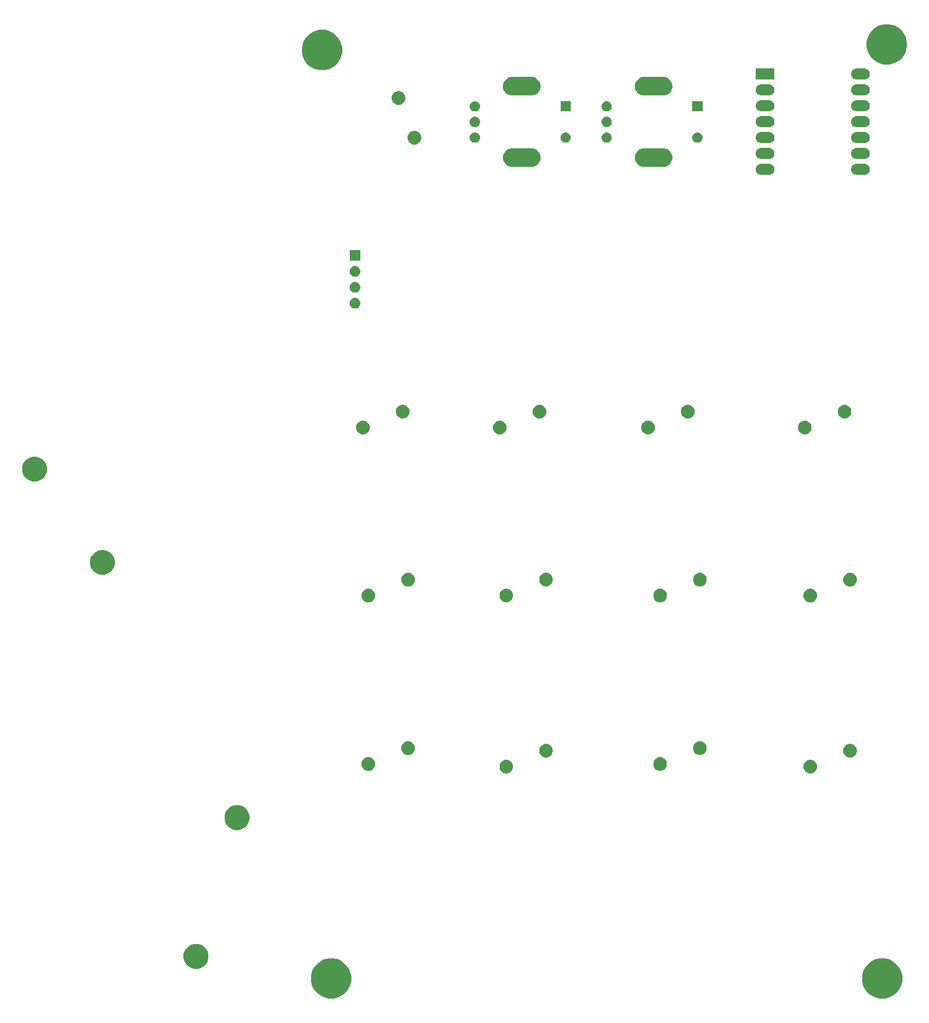
<source format=gbr>
%TF.GenerationSoftware,Flux,Pcbnew,9.0.6-9.0.6~ubuntu22.04.1*%
%TF.CreationDate,2025-12-12T06:51:13+00:00*%
%TF.ProjectId,input,696e7075-742e-46b6-9963-61645f706362,rev?*%
%TF.SameCoordinates,Original*%
%TF.FileFunction,Soldermask,Bot*%
%TF.FilePolarity,Negative*%
%FSLAX46Y46*%
G04 Gerber Fmt 4.6, Leading zero omitted, Abs format (unit mm)*
G04 Filename: macropad*
G04 Build it with Flux! Visit our site at: https://www.flux.ai (PCBNEW 9.0.6-9.0.6~ubuntu22.04.1) date 2025-12-12 06:51:13*
%MOMM*%
%LPD*%
G01*
G04 APERTURE LIST*
%ADD10C,0.000000*%
G04 APERTURE END LIST*
D10*
%TO.C,*%
G36*
X9212854Y70795129D02*
G01*
X9551971Y70599340D01*
X9828859Y70322453D01*
X10024649Y69983336D01*
X10125997Y69605100D01*
X10125998Y69213522D01*
X10024650Y68835286D01*
X9828861Y68496168D01*
X9551974Y68219280D01*
X9212857Y68023491D01*
X8834621Y67922142D01*
X5443043Y67922139D01*
X5064807Y68023486D01*
X4725689Y68219275D01*
X4448801Y68496163D01*
X4253012Y68835280D01*
X4151663Y69213515D01*
X4151663Y69605094D01*
X4253011Y69983330D01*
X4448799Y70322447D01*
X4725687Y70599335D01*
X5064804Y70795125D01*
X5443040Y70896473D01*
X5834618Y70896474D01*
X8834618Y70896477D01*
X9212854Y70795129D01*
G37*
G36*
X-45451Y64471501D02*
G01*
X141064Y64363817D01*
X293352Y64211529D01*
X401037Y64025015D01*
X456778Y63816985D01*
X456778Y63601617D01*
X401037Y63393587D01*
X293353Y63207073D01*
X141065Y63054784D01*
X-45449Y62947100D01*
X-253479Y62891358D01*
X-468847Y62891358D01*
X-676877Y62947099D01*
X-863391Y63054783D01*
X-1015680Y63207071D01*
X-1123364Y63393586D01*
X-1179106Y63601615D01*
X-1179106Y63816983D01*
X-1123365Y64025013D01*
X-1015681Y64211528D01*
X-863393Y64363816D01*
X-676878Y64471500D01*
X-468849Y64527242D01*
X-253481Y64527242D01*
X-45451Y64471501D01*
G37*
G36*
X14963835Y65384316D02*
G01*
X13313835Y65384314D01*
X13313833Y67034314D01*
X14963833Y67034316D01*
X14963835Y65384316D01*
G37*
G36*
X14454552Y61971516D02*
G01*
X14641066Y61863832D01*
X14793355Y61711544D01*
X14901039Y61525030D01*
X14956781Y61317000D01*
X14956781Y61101632D01*
X14901040Y60893602D01*
X14793356Y60707087D01*
X14641068Y60554799D01*
X14454553Y60447115D01*
X14246524Y60391373D01*
X14031155Y60391373D01*
X13823126Y60447114D01*
X13636611Y60554798D01*
X13484323Y60707086D01*
X13376638Y60893600D01*
X13320897Y61101630D01*
X13320897Y61316998D01*
X13376638Y61525028D01*
X13484322Y61711542D01*
X13636610Y61863831D01*
X13823124Y61971515D01*
X14031154Y62027257D01*
X14246522Y62027257D01*
X14454552Y61971516D01*
G37*
G36*
X9212866Y59395129D02*
G01*
X9551983Y59199340D01*
X9828871Y58922453D01*
X10024661Y58583336D01*
X10126009Y58205100D01*
X10126010Y57813522D01*
X10024662Y57435286D01*
X9828873Y57096168D01*
X9551985Y56819280D01*
X9212869Y56623491D01*
X8834633Y56522142D01*
X5443054Y56522139D01*
X5064818Y56623486D01*
X4725701Y56819275D01*
X4448813Y57096163D01*
X4253023Y57435280D01*
X4151675Y57813515D01*
X4151675Y58205094D01*
X4253022Y58583330D01*
X4448811Y58922447D01*
X4725699Y59199335D01*
X5064815Y59395125D01*
X5443051Y59496473D01*
X5834630Y59496474D01*
X8834630Y59496477D01*
X9212866Y59395129D01*
G37*
G36*
X-45448Y61971501D02*
G01*
X141066Y61863817D01*
X293355Y61711529D01*
X401039Y61525015D01*
X456781Y61316985D01*
X456781Y61101617D01*
X401040Y60893587D01*
X293356Y60707073D01*
X141068Y60554784D01*
X-45447Y60447100D01*
X-253476Y60391358D01*
X-468845Y60391358D01*
X-676874Y60447099D01*
X-863389Y60554783D01*
X-1015677Y60707071D01*
X-1123362Y60893586D01*
X-1179103Y61101615D01*
X-1179103Y61316983D01*
X-1123362Y61525013D01*
X-1015678Y61711528D01*
X-863390Y61863816D01*
X-676876Y61971500D01*
X-468846Y62027242D01*
X-253478Y62027242D01*
X-45448Y61971501D01*
G37*
G36*
X-45453Y66971501D02*
G01*
X141061Y66863817D01*
X293350Y66711529D01*
X401034Y66525015D01*
X456776Y66316985D01*
X456776Y66101617D01*
X401035Y65893587D01*
X293351Y65707073D01*
X141063Y65554784D01*
X-45452Y65447100D01*
X-253481Y65391358D01*
X-468850Y65391358D01*
X-676879Y65447099D01*
X-863394Y65554783D01*
X-1015682Y65707071D01*
X-1123367Y65893586D01*
X-1179108Y66101615D01*
X-1179108Y66316983D01*
X-1123367Y66525013D01*
X-1015683Y66711528D01*
X-863395Y66863816D01*
X-676881Y66971500D01*
X-468851Y67027242D01*
X-253483Y67027242D01*
X-45453Y66971501D01*
G37*
G36*
X-31660442Y-8444063D02*
G01*
X-31411756Y-8587640D01*
X-31208704Y-8790691D01*
X-31065124Y-9039376D01*
X-30990801Y-9316748D01*
X-30990799Y-9603906D01*
X-31065120Y-9881279D01*
X-31208697Y-10129966D01*
X-31411748Y-10333018D01*
X-31660433Y-10476598D01*
X-31937805Y-10550921D01*
X-32224963Y-10550922D01*
X-32502336Y-10476602D01*
X-32751023Y-10333024D01*
X-32954075Y-10129974D01*
X-33097655Y-9881289D01*
X-33171978Y-9603916D01*
X-33171979Y-9316758D01*
X-33097659Y-9039385D01*
X-32954081Y-8790699D01*
X-32751031Y-8587647D01*
X-32502346Y-8444067D01*
X-32224973Y-8369743D01*
X-31937815Y-8369742D01*
X-31660442Y-8444063D01*
G37*
G36*
X-38010430Y-10984093D02*
G01*
X-37761744Y-11127670D01*
X-37558692Y-11330720D01*
X-37415112Y-11579405D01*
X-37340789Y-11856778D01*
X-37340787Y-12143936D01*
X-37415108Y-12421309D01*
X-37558685Y-12669995D01*
X-37761736Y-12873048D01*
X-38010421Y-13016627D01*
X-38287793Y-13090951D01*
X-38574951Y-13090952D01*
X-38852324Y-13016631D01*
X-39101011Y-12873054D01*
X-39304063Y-12670004D01*
X-39447643Y-12421319D01*
X-39521966Y-12143946D01*
X-39521967Y-11856788D01*
X-39447647Y-11579415D01*
X-39304069Y-11330728D01*
X-39101019Y-11127676D01*
X-38852334Y-10984096D01*
X-38574961Y-10909773D01*
X-38287804Y-10909772D01*
X-38010430Y-10984093D01*
G37*
G36*
X-9620142Y-8404040D02*
G01*
X-9371456Y-8547618D01*
X-9168404Y-8750668D01*
X-9024824Y-8999353D01*
X-8950501Y-9276726D01*
X-8950499Y-9563883D01*
X-9024820Y-9841257D01*
X-9168397Y-10089943D01*
X-9371448Y-10292995D01*
X-9620133Y-10436575D01*
X-9897505Y-10510898D01*
X-10184663Y-10510900D01*
X-10462036Y-10436579D01*
X-10710723Y-10293002D01*
X-10913775Y-10089951D01*
X-11057355Y-9841266D01*
X-11131678Y-9563894D01*
X-11131679Y-9276736D01*
X-11057359Y-8999363D01*
X-10913781Y-8750676D01*
X-10710731Y-8547624D01*
X-10462046Y-8404044D01*
X-10184673Y-8329721D01*
X-9897516Y-8329720D01*
X-9620142Y-8404040D01*
G37*
G36*
X-15970130Y-10944070D02*
G01*
X-15721444Y-11087648D01*
X-15518392Y-11290698D01*
X-15374812Y-11539383D01*
X-15300489Y-11816756D01*
X-15300487Y-12103913D01*
X-15374808Y-12381287D01*
X-15518385Y-12629973D01*
X-15721436Y-12833025D01*
X-15970121Y-12976605D01*
X-16247493Y-13050928D01*
X-16534651Y-13050930D01*
X-16812024Y-12976609D01*
X-17060711Y-12833031D01*
X-17263763Y-12629981D01*
X-17407343Y-12381296D01*
X-17481666Y-12103923D01*
X-17481667Y-11816766D01*
X-17407347Y-11539392D01*
X-17263769Y-11290706D01*
X-17060719Y-11087654D01*
X-16812034Y-10944074D01*
X-16534661Y-10869751D01*
X-16247504Y-10869749D01*
X-15970130Y-10944070D01*
G37*
G36*
X-31660515Y-35355063D02*
G01*
X-31411828Y-35498640D01*
X-31208776Y-35701691D01*
X-31065196Y-35950376D01*
X-30990873Y-36227748D01*
X-30990872Y-36514906D01*
X-31065192Y-36792279D01*
X-31208770Y-37040966D01*
X-31411820Y-37244018D01*
X-31660505Y-37387598D01*
X-31937878Y-37461921D01*
X-32225035Y-37461922D01*
X-32502409Y-37387602D01*
X-32751095Y-37244024D01*
X-32954147Y-37040974D01*
X-33097727Y-36792289D01*
X-33172050Y-36514916D01*
X-33172052Y-36227758D01*
X-33097731Y-35950385D01*
X-32954154Y-35701699D01*
X-32751103Y-35498647D01*
X-32502418Y-35355067D01*
X-32225046Y-35280743D01*
X-31937888Y-35280742D01*
X-31660515Y-35355063D01*
G37*
G36*
X-38010503Y-37895093D02*
G01*
X-37761816Y-38038670D01*
X-37558764Y-38241720D01*
X-37415184Y-38490405D01*
X-37340861Y-38767778D01*
X-37340860Y-39054936D01*
X-37415180Y-39332309D01*
X-37558758Y-39580995D01*
X-37761808Y-39784048D01*
X-38010493Y-39927627D01*
X-38287866Y-40001951D01*
X-38575024Y-40001952D01*
X-38852397Y-39927631D01*
X-39101083Y-39784054D01*
X-39304135Y-39581004D01*
X-39447715Y-39332319D01*
X-39522038Y-39054946D01*
X-39522040Y-38767788D01*
X-39447719Y-38490415D01*
X-39304142Y-38241728D01*
X-39101091Y-38038676D01*
X-38852406Y-37895096D01*
X-38575034Y-37820773D01*
X-38287876Y-37820772D01*
X-38010503Y-37895093D01*
G37*
G36*
X14945485Y-35355015D02*
G01*
X15194172Y-35498593D01*
X15397224Y-35701643D01*
X15540804Y-35950328D01*
X15615127Y-36227701D01*
X15615128Y-36514858D01*
X15540808Y-36792232D01*
X15397230Y-37040918D01*
X15194180Y-37243970D01*
X14945495Y-37387550D01*
X14668122Y-37461873D01*
X14380965Y-37461875D01*
X14103591Y-37387554D01*
X13854905Y-37243976D01*
X13651853Y-37040926D01*
X13508273Y-36792241D01*
X13433950Y-36514869D01*
X13433948Y-36227711D01*
X13508269Y-35950338D01*
X13651846Y-35701651D01*
X13854897Y-35498599D01*
X14103582Y-35355019D01*
X14380954Y-35280696D01*
X14668112Y-35280695D01*
X14945485Y-35355015D01*
G37*
G36*
X8595497Y-37895045D02*
G01*
X8844184Y-38038623D01*
X9047236Y-38241673D01*
X9190816Y-38490358D01*
X9265139Y-38767731D01*
X9265140Y-39054888D01*
X9190820Y-39332261D01*
X9047242Y-39580948D01*
X8844192Y-39784000D01*
X8595507Y-39927580D01*
X8318134Y-40001903D01*
X8030976Y-40001904D01*
X7753603Y-39927584D01*
X7504917Y-39784006D01*
X7301865Y-39580956D01*
X7158285Y-39332271D01*
X7083962Y-39054898D01*
X7083960Y-38767741D01*
X7158281Y-38490367D01*
X7301858Y-38241681D01*
X7504909Y-38038629D01*
X7753594Y-37895049D01*
X8030966Y-37820726D01*
X8318124Y-37820724D01*
X8595497Y-37895045D01*
G37*
G36*
X-30664111Y62225537D02*
G01*
X-30415425Y62081958D01*
X-30212373Y61878907D01*
X-30068794Y61630222D01*
X-29994472Y61352849D01*
X-29994472Y61065691D01*
X-30068793Y60788318D01*
X-30212372Y60539632D01*
X-30415423Y60336581D01*
X-30664108Y60193002D01*
X-30941481Y60118680D01*
X-31228639Y60118679D01*
X-31506012Y60193001D01*
X-31754698Y60336579D01*
X-31957749Y60539630D01*
X-32101328Y60788316D01*
X-32175650Y61065689D01*
X-32175651Y61352847D01*
X-32101329Y61630220D01*
X-31957751Y61878906D01*
X-31754700Y62081957D01*
X-31506014Y62225536D01*
X-31228641Y62299858D01*
X-30941484Y62299858D01*
X-30664111Y62225537D01*
G37*
G36*
X-33204117Y68575534D02*
G01*
X-32955431Y68431956D01*
X-32752380Y68228905D01*
X-32608801Y67980219D01*
X-32534479Y67702846D01*
X-32534478Y67415689D01*
X-32608800Y67138316D01*
X-32752378Y66889630D01*
X-32955429Y66686578D01*
X-33204115Y66542999D01*
X-33481488Y66468677D01*
X-33768645Y66468677D01*
X-34046018Y66542998D01*
X-34294704Y66686577D01*
X-34497756Y66889628D01*
X-34641335Y67138313D01*
X-34715657Y67415686D01*
X-34715657Y67702844D01*
X-34641336Y67980217D01*
X-34497757Y68228903D01*
X-34294706Y68431954D01*
X-34046021Y68575533D01*
X-33768648Y68649855D01*
X-33481490Y68649856D01*
X-33204117Y68575534D01*
G37*
G36*
X14945458Y-8444015D02*
G01*
X15194144Y-8587593D01*
X15397196Y-8790643D01*
X15540776Y-9039328D01*
X15615099Y-9316701D01*
X15615101Y-9603858D01*
X15540780Y-9881232D01*
X15397203Y-10129918D01*
X15194152Y-10332970D01*
X14945467Y-10476550D01*
X14668095Y-10550873D01*
X14380937Y-10550875D01*
X14103564Y-10476554D01*
X13854877Y-10332976D01*
X13651825Y-10129926D01*
X13508245Y-9881241D01*
X13433922Y-9603869D01*
X13433921Y-9316711D01*
X13508241Y-9039338D01*
X13651819Y-8790651D01*
X13854869Y-8587599D01*
X14103554Y-8444019D01*
X14380927Y-8369696D01*
X14668085Y-8369695D01*
X14945458Y-8444015D01*
G37*
G36*
X8595470Y-10984045D02*
G01*
X8844156Y-11127623D01*
X9047208Y-11330673D01*
X9190788Y-11579358D01*
X9265111Y-11856731D01*
X9265113Y-12143888D01*
X9190792Y-12421261D01*
X9047215Y-12669948D01*
X8844164Y-12873000D01*
X8595479Y-13016580D01*
X8318107Y-13090903D01*
X8030949Y-13090904D01*
X7753576Y-13016584D01*
X7504889Y-12873006D01*
X7301837Y-12669956D01*
X7158257Y-12421271D01*
X7083934Y-12143898D01*
X7083933Y-11856741D01*
X7158253Y-11579367D01*
X7301831Y-11330681D01*
X7504881Y-11127629D01*
X7753566Y-10984049D01*
X8030939Y-10909726D01*
X8318096Y-10909724D01*
X8595470Y-10984045D01*
G37*
G36*
X38057030Y18416508D02*
G01*
X38305717Y18272931D01*
X38508769Y18069881D01*
X38652349Y17821195D01*
X38726672Y17543823D01*
X38726673Y17256665D01*
X38652353Y16979292D01*
X38508775Y16730605D01*
X38305725Y16527553D01*
X38057040Y16383973D01*
X37779667Y16309650D01*
X37492510Y16309649D01*
X37215136Y16383969D01*
X36966450Y16527547D01*
X36763398Y16730597D01*
X36619818Y16979282D01*
X36545495Y17256655D01*
X36545493Y17543813D01*
X36619814Y17821186D01*
X36763392Y18069872D01*
X36966442Y18272924D01*
X37215127Y18416504D01*
X37492499Y18490828D01*
X37779657Y18490829D01*
X38057030Y18416508D01*
G37*
G36*
X31707042Y15876479D02*
G01*
X31955729Y15732901D01*
X32158781Y15529851D01*
X32302361Y15281166D01*
X32376684Y15003793D01*
X32376685Y14716635D01*
X32302365Y14439262D01*
X32158787Y14190576D01*
X31955737Y13987524D01*
X31707052Y13843944D01*
X31429679Y13769620D01*
X31142522Y13769619D01*
X30865148Y13843940D01*
X30616462Y13987517D01*
X30413410Y14190567D01*
X30269830Y14439253D01*
X30195507Y14716625D01*
X30195505Y15003783D01*
X30269826Y15281156D01*
X30413404Y15529843D01*
X30616454Y15732895D01*
X30865139Y15876475D01*
X31142511Y15950798D01*
X31429669Y15950799D01*
X31707042Y15876479D01*
G37*
G36*
X38932286Y-35760491D02*
G01*
X39180972Y-35904068D01*
X39384024Y-36107119D01*
X39527604Y-36355804D01*
X39601927Y-36633176D01*
X39601929Y-36920334D01*
X39527608Y-37197707D01*
X39384030Y-37446394D01*
X39180980Y-37649446D01*
X38932295Y-37793026D01*
X38654923Y-37867349D01*
X38367765Y-37867350D01*
X38090392Y-37793030D01*
X37841705Y-37649452D01*
X37638653Y-37446402D01*
X37495073Y-37197717D01*
X37420750Y-36920344D01*
X37420749Y-36633186D01*
X37495069Y-36355813D01*
X37638647Y-36107127D01*
X37841697Y-35904075D01*
X38090382Y-35760495D01*
X38367755Y-35686172D01*
X38654912Y-35686170D01*
X38932286Y-35760491D01*
G37*
G36*
X32582298Y-38300521D02*
G01*
X32830984Y-38444098D01*
X33034036Y-38647148D01*
X33177616Y-38895833D01*
X33251939Y-39173206D01*
X33251941Y-39460364D01*
X33177620Y-39737737D01*
X33034042Y-39986423D01*
X32830992Y-40189476D01*
X32582307Y-40333056D01*
X32304935Y-40407379D01*
X32017777Y-40407380D01*
X31740404Y-40333059D01*
X31491717Y-40189482D01*
X31288665Y-39986432D01*
X31145085Y-39737747D01*
X31070762Y-39460374D01*
X31070761Y-39173216D01*
X31145081Y-38895843D01*
X31288659Y-38647157D01*
X31491709Y-38444104D01*
X31740394Y-38300524D01*
X32017767Y-38226201D01*
X32304924Y-38226200D01*
X32582298Y-38300521D01*
G37*
G36*
X38932258Y-8444091D02*
G01*
X39180944Y-8587668D01*
X39383996Y-8790719D01*
X39527576Y-9039404D01*
X39601899Y-9316776D01*
X39601901Y-9603934D01*
X39527580Y-9881307D01*
X39384003Y-10129994D01*
X39180952Y-10333046D01*
X38932267Y-10476626D01*
X38654895Y-10550949D01*
X38367737Y-10550950D01*
X38090364Y-10476630D01*
X37841677Y-10333052D01*
X37638625Y-10130002D01*
X37495045Y-9881317D01*
X37420722Y-9603944D01*
X37420721Y-9316786D01*
X37495041Y-9039413D01*
X37638619Y-8790727D01*
X37841669Y-8587675D01*
X38090354Y-8444095D01*
X38367727Y-8369772D01*
X38654885Y-8369770D01*
X38932258Y-8444091D01*
G37*
G36*
X32582270Y-10984121D02*
G01*
X32830956Y-11127698D01*
X33034008Y-11330748D01*
X33177588Y-11579433D01*
X33251911Y-11856806D01*
X33251913Y-12143964D01*
X33177592Y-12421337D01*
X33034015Y-12670023D01*
X32830964Y-12873076D01*
X32582279Y-13016656D01*
X32304907Y-13090979D01*
X32017749Y-13090980D01*
X31740376Y-13016659D01*
X31491689Y-12873082D01*
X31288637Y-12670032D01*
X31145057Y-12421347D01*
X31070734Y-12143974D01*
X31070733Y-11856816D01*
X31145053Y-11579443D01*
X31288631Y-11330757D01*
X31491681Y-11127704D01*
X31740366Y-10984124D01*
X32017739Y-10909801D01*
X32304896Y-10909800D01*
X32582270Y-10984121D01*
G37*
G36*
X-40251341Y38061458D02*
G01*
X-40059174Y37950512D01*
X-39902270Y37793610D01*
X-39791322Y37601444D01*
X-39733891Y37387110D01*
X-39733890Y37165216D01*
X-39791319Y36950882D01*
X-39902265Y36758715D01*
X-40059168Y36601811D01*
X-40251334Y36490863D01*
X-40465667Y36433432D01*
X-40687561Y36433431D01*
X-40901895Y36490860D01*
X-41094062Y36601806D01*
X-41250966Y36758709D01*
X-41361914Y36950875D01*
X-41419346Y37165208D01*
X-41419347Y37387102D01*
X-41361917Y37601436D01*
X-41250971Y37793603D01*
X-41094069Y37950507D01*
X-40901903Y38061455D01*
X-40687569Y38118887D01*
X-40465675Y38118888D01*
X-40251341Y38061458D01*
G37*
G36*
X-39726638Y41506163D02*
G01*
X-41426638Y41506155D01*
X-41426646Y43206155D01*
X-39726646Y43206163D01*
X-39726638Y41506163D01*
G37*
G36*
X-40251353Y40601458D02*
G01*
X-40059186Y40490512D01*
X-39902282Y40333610D01*
X-39791334Y40141444D01*
X-39733902Y39927110D01*
X-39733901Y39705216D01*
X-39791331Y39490882D01*
X-39902277Y39298715D01*
X-40059180Y39141811D01*
X-40251345Y39030863D01*
X-40465679Y38973432D01*
X-40687573Y38973431D01*
X-40901907Y39030860D01*
X-41094074Y39141806D01*
X-41250978Y39298709D01*
X-41361926Y39490875D01*
X-41419358Y39705208D01*
X-41419359Y39927102D01*
X-41361929Y40141436D01*
X-41250983Y40333603D01*
X-41094080Y40490507D01*
X-40901915Y40601455D01*
X-40687581Y40658887D01*
X-40465687Y40658888D01*
X-40251353Y40601458D01*
G37*
G36*
X-40251329Y35521458D02*
G01*
X-40059162Y35410512D01*
X-39902258Y35253610D01*
X-39791310Y35061444D01*
X-39733879Y34847110D01*
X-39733878Y34625216D01*
X-39791307Y34410882D01*
X-39902253Y34218715D01*
X-40059156Y34061811D01*
X-40251322Y33950863D01*
X-40465655Y33893432D01*
X-40687550Y33893431D01*
X-40901883Y33950860D01*
X-41094050Y34061806D01*
X-41250954Y34218709D01*
X-41361902Y34410875D01*
X-41419334Y34625208D01*
X-41419335Y34847102D01*
X-41361905Y35061436D01*
X-41250959Y35253603D01*
X-41094057Y35410507D01*
X-40901891Y35521455D01*
X-40687557Y35578887D01*
X-40465663Y35578888D01*
X-40251329Y35521458D01*
G37*
G36*
X-9620114Y-35760540D02*
G01*
X-9371428Y-35904118D01*
X-9168376Y-36107168D01*
X-9024796Y-36355853D01*
X-8950473Y-36633226D01*
X-8950471Y-36920383D01*
X-9024792Y-37197757D01*
X-9168370Y-37446443D01*
X-9371420Y-37649495D01*
X-9620105Y-37793075D01*
X-9897477Y-37867398D01*
X-10184635Y-37867400D01*
X-10462008Y-37793079D01*
X-10710695Y-37649502D01*
X-10913747Y-37446451D01*
X-11057327Y-37197766D01*
X-11131650Y-36920394D01*
X-11131651Y-36633236D01*
X-11057331Y-36355863D01*
X-10913753Y-36107176D01*
X-10710703Y-35904124D01*
X-10462018Y-35760544D01*
X-10184645Y-35686221D01*
X-9897488Y-35686220D01*
X-9620114Y-35760540D01*
G37*
G36*
X-15970102Y-38300570D02*
G01*
X-15721416Y-38444148D01*
X-15518364Y-38647198D01*
X-15374784Y-38895883D01*
X-15300461Y-39173256D01*
X-15300459Y-39460413D01*
X-15374780Y-39737787D01*
X-15518358Y-39986473D01*
X-15721408Y-40189525D01*
X-15970093Y-40333105D01*
X-16247465Y-40407428D01*
X-16534623Y-40407430D01*
X-16811996Y-40333109D01*
X-17060683Y-40189531D01*
X-17263735Y-39986481D01*
X-17407315Y-39737796D01*
X-17481638Y-39460423D01*
X-17481639Y-39173266D01*
X-17407319Y-38895892D01*
X-17263741Y-38647206D01*
X-17060691Y-38444154D01*
X-16812006Y-38300574D01*
X-16534633Y-38226251D01*
X-16247476Y-38226249D01*
X-15970102Y-38300570D01*
G37*
G36*
X13013630Y18416583D02*
G01*
X13262317Y18273005D01*
X13465369Y18069955D01*
X13608949Y17821270D01*
X13683272Y17543897D01*
X13683273Y17256740D01*
X13608953Y16979366D01*
X13465375Y16730680D01*
X13262325Y16527628D01*
X13013640Y16384048D01*
X12736267Y16309725D01*
X12449110Y16309723D01*
X12171736Y16384044D01*
X11923050Y16527622D01*
X11719998Y16730672D01*
X11576418Y16979357D01*
X11502095Y17256729D01*
X11502093Y17543887D01*
X11576414Y17821260D01*
X11719992Y18069947D01*
X11923042Y18272999D01*
X12171727Y18416579D01*
X12449099Y18490902D01*
X12736257Y18490903D01*
X13013630Y18416583D01*
G37*
G36*
X6663642Y15876553D02*
G01*
X6912329Y15732975D01*
X7115381Y15529925D01*
X7258961Y15281240D01*
X7333284Y15003868D01*
X7333285Y14716710D01*
X7258965Y14439337D01*
X7115387Y14190650D01*
X6912337Y13987598D01*
X6663652Y13844018D01*
X6386279Y13769695D01*
X6099122Y13769694D01*
X5821748Y13844014D01*
X5573062Y13987592D01*
X5370010Y14190642D01*
X5226430Y14439327D01*
X5152107Y14716700D01*
X5152105Y15003857D01*
X5226426Y15281231D01*
X5370004Y15529917D01*
X5573054Y15732969D01*
X5821739Y15876549D01*
X6099111Y15950872D01*
X6386269Y15950874D01*
X6663642Y15876553D01*
G37*
G36*
X-10667470Y18416659D02*
G01*
X-10418783Y18273081D01*
X-10215731Y18070031D01*
X-10072151Y17821346D01*
X-9997828Y17543973D01*
X-9997827Y17256816D01*
X-10072147Y16979442D01*
X-10215725Y16730756D01*
X-10418775Y16527704D01*
X-10667460Y16384124D01*
X-10944833Y16309801D01*
X-11231990Y16309799D01*
X-11509364Y16384120D01*
X-11758050Y16527697D01*
X-11961102Y16730748D01*
X-12104682Y16979433D01*
X-12179005Y17256805D01*
X-12179007Y17543963D01*
X-12104686Y17821336D01*
X-11961108Y18070023D01*
X-11758058Y18273075D01*
X-11509373Y18416655D01*
X-11232001Y18490978D01*
X-10944843Y18490979D01*
X-10667470Y18416659D01*
G37*
G36*
X-17017458Y15876629D02*
G01*
X-16768771Y15733051D01*
X-16565719Y15530001D01*
X-16422139Y15281316D01*
X-16347816Y15003943D01*
X-16347815Y14716786D01*
X-16422135Y14439412D01*
X-16565713Y14190726D01*
X-16768763Y13987674D01*
X-17017448Y13844094D01*
X-17294821Y13769771D01*
X-17581978Y13769769D01*
X-17859352Y13844090D01*
X-18108038Y13987668D01*
X-18311090Y14190718D01*
X-18454670Y14439403D01*
X-18528993Y14716776D01*
X-18528995Y15003933D01*
X-18454674Y15281306D01*
X-18311096Y15529993D01*
X-18108046Y15733045D01*
X-17859361Y15876625D01*
X-17581989Y15950948D01*
X-17294831Y15950949D01*
X-17017458Y15876629D01*
G37*
G36*
X-32535670Y18416736D02*
G01*
X-32286983Y18273159D01*
X-32083931Y18070109D01*
X-31940351Y17821423D01*
X-31866028Y17544051D01*
X-31866027Y17256893D01*
X-31940347Y16979520D01*
X-32083925Y16730833D01*
X-32286975Y16527781D01*
X-32535660Y16384201D01*
X-32813033Y16309878D01*
X-33100190Y16309877D01*
X-33377564Y16384197D01*
X-33626250Y16527775D01*
X-33829302Y16730825D01*
X-33972882Y16979510D01*
X-34047205Y17256883D01*
X-34047207Y17544041D01*
X-33972886Y17821414D01*
X-33829308Y18070100D01*
X-33626258Y18273152D01*
X-33377573Y18416732D01*
X-33100201Y18491056D01*
X-32813043Y18491057D01*
X-32535670Y18416736D01*
G37*
G36*
X-38885658Y15876707D02*
G01*
X-38636971Y15733129D01*
X-38433919Y15530079D01*
X-38290339Y15281394D01*
X-38216016Y15004021D01*
X-38216015Y14716863D01*
X-38290335Y14439490D01*
X-38433913Y14190804D01*
X-38636963Y13987752D01*
X-38885648Y13844172D01*
X-39163021Y13769848D01*
X-39450178Y13769847D01*
X-39727552Y13844168D01*
X-39976238Y13987745D01*
X-40179290Y14190795D01*
X-40322870Y14439481D01*
X-40397193Y14716853D01*
X-40397195Y15004011D01*
X-40322874Y15281384D01*
X-40179296Y15530071D01*
X-39976246Y15733123D01*
X-39727561Y15876703D01*
X-39450189Y15951026D01*
X-39163031Y15951027D01*
X-38885658Y15876707D01*
G37*
G36*
X-11848646Y70795108D02*
G01*
X-11509529Y70599319D01*
X-11232641Y70322431D01*
X-11036851Y69983314D01*
X-10935503Y69605079D01*
X-10935502Y69213500D01*
X-11036850Y68835264D01*
X-11232639Y68496147D01*
X-11509526Y68219259D01*
X-11848643Y68023469D01*
X-12226879Y67922121D01*
X-15618457Y67922117D01*
X-15996693Y68023465D01*
X-16335811Y68219254D01*
X-16612699Y68496141D01*
X-16808488Y68835258D01*
X-16909837Y69213494D01*
X-16909837Y69605073D01*
X-16808489Y69983309D01*
X-16612701Y70322426D01*
X-16335813Y70599314D01*
X-15996696Y70795104D01*
X-15618460Y70896452D01*
X-15226882Y70896452D01*
X-12226882Y70896455D01*
X-11848646Y70795108D01*
G37*
G36*
X-21106951Y64471480D02*
G01*
X-20920436Y64363796D01*
X-20768148Y64211508D01*
X-20660463Y64024993D01*
X-20604722Y63816964D01*
X-20604722Y63601595D01*
X-20660463Y63393566D01*
X-20768147Y63207051D01*
X-20920435Y63054763D01*
X-21106949Y62947078D01*
X-21314979Y62891337D01*
X-21530347Y62891337D01*
X-21738377Y62947078D01*
X-21924891Y63054762D01*
X-22077180Y63207050D01*
X-22184864Y63393564D01*
X-22240606Y63601594D01*
X-22240606Y63816962D01*
X-22184865Y64024992D01*
X-22077181Y64211506D01*
X-21924893Y64363795D01*
X-21738378Y64471479D01*
X-21530349Y64527221D01*
X-21314981Y64527221D01*
X-21106951Y64471480D01*
G37*
G36*
X-6097665Y65384294D02*
G01*
X-7747665Y65384293D01*
X-7747667Y67034293D01*
X-6097667Y67034294D01*
X-6097665Y65384294D01*
G37*
G36*
X-6606948Y61971494D02*
G01*
X-6420434Y61863811D01*
X-6268145Y61711522D01*
X-6160461Y61525008D01*
X-6104719Y61316978D01*
X-6104719Y61101610D01*
X-6160460Y60893580D01*
X-6268144Y60707066D01*
X-6420432Y60554777D01*
X-6606947Y60447093D01*
X-6814976Y60391352D01*
X-7030345Y60391351D01*
X-7238374Y60447093D01*
X-7424889Y60554776D01*
X-7577177Y60707065D01*
X-7684862Y60893579D01*
X-7740603Y61101609D01*
X-7740603Y61316977D01*
X-7684862Y61525007D01*
X-7577178Y61711521D01*
X-7424890Y61863809D01*
X-7238376Y61971494D01*
X-7030346Y62027235D01*
X-6814978Y62027236D01*
X-6606948Y61971494D01*
G37*
G36*
X-11848634Y59395108D02*
G01*
X-11509517Y59199319D01*
X-11232629Y58922431D01*
X-11036839Y58583314D01*
X-10935491Y58205079D01*
X-10935490Y57813500D01*
X-11036838Y57435264D01*
X-11232627Y57096147D01*
X-11509515Y56819259D01*
X-11848631Y56623469D01*
X-12226867Y56522121D01*
X-15618446Y56522117D01*
X-15996682Y56623465D01*
X-16335799Y56819254D01*
X-16612687Y57096141D01*
X-16808477Y57435258D01*
X-16909825Y57813494D01*
X-16909825Y58205073D01*
X-16808478Y58583309D01*
X-16612689Y58922426D01*
X-16335801Y59199314D01*
X-15996685Y59395104D01*
X-15618449Y59496452D01*
X-15226870Y59496452D01*
X-12226870Y59496455D01*
X-11848634Y59395108D01*
G37*
G36*
X-21106948Y61971480D02*
G01*
X-20920434Y61863796D01*
X-20768145Y61711508D01*
X-20660461Y61524993D01*
X-20604719Y61316964D01*
X-20604719Y61101595D01*
X-20660460Y60893566D01*
X-20768144Y60707051D01*
X-20920432Y60554763D01*
X-21106947Y60447078D01*
X-21314976Y60391337D01*
X-21530345Y60391337D01*
X-21738374Y60447078D01*
X-21924889Y60554762D01*
X-22077177Y60707050D01*
X-22184862Y60893564D01*
X-22240603Y61101594D01*
X-22240603Y61316962D01*
X-22184862Y61524992D01*
X-22077178Y61711506D01*
X-21924890Y61863795D01*
X-21738376Y61971479D01*
X-21530346Y62027221D01*
X-21314978Y62027221D01*
X-21106948Y61971480D01*
G37*
G36*
X-21106953Y66971480D02*
G01*
X-20920439Y66863796D01*
X-20768150Y66711508D01*
X-20660466Y66524993D01*
X-20604724Y66316964D01*
X-20604724Y66101595D01*
X-20660465Y65893566D01*
X-20768149Y65707051D01*
X-20920437Y65554763D01*
X-21106952Y65447078D01*
X-21314981Y65391337D01*
X-21530350Y65391337D01*
X-21738379Y65447078D01*
X-21924894Y65554762D01*
X-22077182Y65707050D01*
X-22184867Y65893564D01*
X-22240608Y66101594D01*
X-22240608Y66316962D01*
X-22184867Y66524992D01*
X-22077183Y66711506D01*
X-21924895Y66863795D01*
X-21738381Y66971479D01*
X-21530351Y67027221D01*
X-21314983Y67027221D01*
X-21106953Y66971480D01*
G37*
G36*
X25891447Y64580794D02*
G01*
X26094918Y64463321D01*
X26261052Y64297189D01*
X26378526Y64093720D01*
X26439336Y63866779D01*
X26439337Y63631831D01*
X26378529Y63404890D01*
X26261057Y63201419D01*
X26094925Y63035285D01*
X25891455Y62917811D01*
X25664514Y62857001D01*
X24229567Y62856994D01*
X24002625Y62917802D01*
X23799154Y63035275D01*
X23633021Y63201407D01*
X23515546Y63404876D01*
X23454736Y63631817D01*
X23454735Y63866765D01*
X23515543Y64093706D01*
X23633016Y64297177D01*
X23799148Y64463311D01*
X24002617Y64580785D01*
X24229558Y64641595D01*
X24464506Y64641596D01*
X25664506Y64641602D01*
X25891447Y64580794D01*
G37*
G36*
X41131412Y72200866D02*
G01*
X41334882Y72083393D01*
X41501016Y71917261D01*
X41618490Y71713791D01*
X41679300Y71486850D01*
X41679301Y71251903D01*
X41618494Y71024961D01*
X41501021Y70821490D01*
X41334889Y70655357D01*
X41131419Y70537882D01*
X40904478Y70477072D01*
X39469531Y70477066D01*
X39242589Y70537873D01*
X39039118Y70655346D01*
X38872985Y70821478D01*
X38755510Y71024948D01*
X38694701Y71251889D01*
X38694699Y71486836D01*
X38755507Y71713778D01*
X38872980Y71917249D01*
X39039112Y72083382D01*
X39242581Y72200857D01*
X39469523Y72261667D01*
X39704470Y72261668D01*
X40904470Y72261673D01*
X41131412Y72200866D01*
G37*
G36*
X25891459Y62040794D02*
G01*
X26094930Y61923321D01*
X26261064Y61757189D01*
X26378538Y61553720D01*
X26439348Y61326779D01*
X26439349Y61091831D01*
X26378541Y60864890D01*
X26261069Y60661419D01*
X26094937Y60495285D01*
X25891467Y60377811D01*
X25664526Y60317001D01*
X24229579Y60316994D01*
X24002637Y60377802D01*
X23799166Y60495275D01*
X23633033Y60661407D01*
X23515558Y60864876D01*
X23454748Y61091817D01*
X23454747Y61326765D01*
X23515555Y61553706D01*
X23633028Y61757177D01*
X23799159Y61923311D01*
X24002629Y62040785D01*
X24229570Y62101595D01*
X24464517Y62101596D01*
X25664517Y62101602D01*
X25891459Y62040794D01*
G37*
G36*
X41131483Y56960866D02*
G01*
X41334954Y56843393D01*
X41501087Y56677261D01*
X41618562Y56473791D01*
X41679372Y56246850D01*
X41679373Y56011903D01*
X41618565Y55784961D01*
X41501093Y55581490D01*
X41334961Y55415357D01*
X41131491Y55297882D01*
X40904550Y55237072D01*
X39469603Y55237066D01*
X39242661Y55297873D01*
X39039190Y55415346D01*
X38873056Y55581478D01*
X38755582Y55784948D01*
X38694772Y56011889D01*
X38694771Y56246836D01*
X38755579Y56473778D01*
X38873051Y56677249D01*
X39039183Y56843382D01*
X39242653Y56960857D01*
X39469594Y57021667D01*
X39704541Y57021668D01*
X40904541Y57021673D01*
X41131483Y56960866D01*
G37*
G36*
X41131459Y62040866D02*
G01*
X41334930Y61923393D01*
X41501064Y61757261D01*
X41618538Y61553791D01*
X41679348Y61326850D01*
X41679349Y61091903D01*
X41618541Y60864961D01*
X41501069Y60661490D01*
X41334937Y60495357D01*
X41131467Y60377882D01*
X40904526Y60317072D01*
X39469579Y60317066D01*
X39242637Y60377873D01*
X39039166Y60495346D01*
X38873033Y60661478D01*
X38755558Y60864948D01*
X38694748Y61091889D01*
X38694747Y61326836D01*
X38755555Y61553778D01*
X38873028Y61757249D01*
X39039159Y61923382D01*
X39242629Y62040857D01*
X39469570Y62101667D01*
X39704517Y62101668D01*
X40904517Y62101673D01*
X41131459Y62040866D01*
G37*
G36*
X25891435Y67120794D02*
G01*
X26094906Y67003321D01*
X26261040Y66837189D01*
X26378514Y66633720D01*
X26439324Y66406779D01*
X26439325Y66171831D01*
X26378517Y65944890D01*
X26261045Y65741419D01*
X26094913Y65575285D01*
X25891443Y65457811D01*
X25664502Y65397001D01*
X24229555Y65396994D01*
X24002613Y65457802D01*
X23799142Y65575275D01*
X23633009Y65741407D01*
X23515534Y65944876D01*
X23454724Y66171817D01*
X23454723Y66406765D01*
X23515531Y66633706D01*
X23633004Y66837177D01*
X23799136Y67003311D01*
X24002605Y67120785D01*
X24229546Y67181595D01*
X24464494Y67181596D01*
X25664494Y67181602D01*
X25891435Y67120794D01*
G37*
G36*
X41131435Y67120866D02*
G01*
X41334906Y67003393D01*
X41501040Y66837261D01*
X41618514Y66633791D01*
X41679324Y66406850D01*
X41679325Y66171903D01*
X41618517Y65944961D01*
X41501045Y65741490D01*
X41334913Y65575357D01*
X41131443Y65457882D01*
X40904502Y65397072D01*
X39469555Y65397066D01*
X39242613Y65457873D01*
X39039142Y65575346D01*
X38873009Y65741478D01*
X38755534Y65944948D01*
X38694724Y66171889D01*
X38694723Y66406836D01*
X38755531Y66633778D01*
X38873004Y66837249D01*
X39039136Y67003382D01*
X39242605Y67120857D01*
X39469546Y67181667D01*
X39704494Y67181668D01*
X40904494Y67181673D01*
X41131435Y67120866D01*
G37*
G36*
X41131471Y59500866D02*
G01*
X41334942Y59383393D01*
X41501075Y59217261D01*
X41618550Y59013791D01*
X41679360Y58786850D01*
X41679361Y58551903D01*
X41618553Y58324961D01*
X41501081Y58121490D01*
X41334949Y57955357D01*
X41131479Y57837882D01*
X40904538Y57777072D01*
X39469591Y57777066D01*
X39242649Y57837873D01*
X39039178Y57955346D01*
X38873045Y58121478D01*
X38755570Y58324948D01*
X38694760Y58551889D01*
X38694759Y58786836D01*
X38755567Y59013778D01*
X38873039Y59217249D01*
X39039171Y59383382D01*
X39242641Y59500857D01*
X39469582Y59561667D01*
X39704529Y59561668D01*
X40904529Y59561673D01*
X41131471Y59500866D01*
G37*
G36*
X41131447Y64580866D02*
G01*
X41334918Y64463393D01*
X41501052Y64297261D01*
X41618526Y64093791D01*
X41679336Y63866850D01*
X41679337Y63631903D01*
X41618529Y63404961D01*
X41501057Y63201490D01*
X41334925Y63035357D01*
X41131455Y62917882D01*
X40904514Y62857072D01*
X39469567Y62857066D01*
X39242625Y62917873D01*
X39039154Y63035346D01*
X38873021Y63201478D01*
X38755546Y63404948D01*
X38694736Y63631889D01*
X38694735Y63866836D01*
X38755543Y64093778D01*
X38873016Y64297249D01*
X39039148Y64463382D01*
X39242617Y64580857D01*
X39469558Y64641667D01*
X39704506Y64641668D01*
X40904506Y64641673D01*
X41131447Y64580866D01*
G37*
G36*
X25891424Y69660794D02*
G01*
X26094894Y69543321D01*
X26261028Y69377189D01*
X26378502Y69173720D01*
X26439312Y68946779D01*
X26439313Y68711831D01*
X26378506Y68484890D01*
X26261033Y68281419D01*
X26094901Y68115285D01*
X25891431Y67997811D01*
X25664490Y67937001D01*
X24229543Y67936994D01*
X24002601Y67997802D01*
X23799130Y68115275D01*
X23632997Y68281407D01*
X23515522Y68484876D01*
X23454713Y68711817D01*
X23454711Y68946765D01*
X23515519Y69173706D01*
X23632992Y69377177D01*
X23799124Y69543311D01*
X24002593Y69660785D01*
X24229535Y69721595D01*
X24464482Y69721596D01*
X25664482Y69721602D01*
X25891424Y69660794D01*
G37*
G36*
X26447005Y70469305D02*
G01*
X23447005Y70469291D01*
X23446996Y72269291D01*
X26446996Y72269305D01*
X26447005Y70469305D01*
G37*
G36*
X25891483Y56960794D02*
G01*
X26094954Y56843321D01*
X26261087Y56677189D01*
X26378562Y56473720D01*
X26439372Y56246779D01*
X26439373Y56011831D01*
X26378565Y55784890D01*
X26261093Y55581419D01*
X26094961Y55415285D01*
X25891491Y55297811D01*
X25664550Y55237001D01*
X24229603Y55236994D01*
X24002661Y55297802D01*
X23799190Y55415275D01*
X23633056Y55581407D01*
X23515582Y55784876D01*
X23454772Y56011817D01*
X23454771Y56246765D01*
X23515579Y56473706D01*
X23633051Y56677177D01*
X23799183Y56843311D01*
X24002653Y56960785D01*
X24229594Y57021595D01*
X24464541Y57021596D01*
X25664541Y57021602D01*
X25891483Y56960794D01*
G37*
G36*
X25891471Y59500794D02*
G01*
X26094942Y59383321D01*
X26261075Y59217189D01*
X26378550Y59013720D01*
X26439360Y58786779D01*
X26439361Y58551831D01*
X26378553Y58324890D01*
X26261081Y58121419D01*
X26094949Y57955285D01*
X25891479Y57837811D01*
X25664538Y57777001D01*
X24229591Y57776994D01*
X24002649Y57837802D01*
X23799178Y57955275D01*
X23633045Y58121407D01*
X23515570Y58324876D01*
X23454760Y58551817D01*
X23454759Y58786765D01*
X23515567Y59013706D01*
X23633039Y59217177D01*
X23799171Y59383311D01*
X24002641Y59500785D01*
X24229582Y59561595D01*
X24464529Y59561596D01*
X25664529Y59561602D01*
X25891471Y59500794D01*
G37*
G36*
X41131424Y69660866D02*
G01*
X41334894Y69543393D01*
X41501028Y69377261D01*
X41618502Y69173791D01*
X41679312Y68946850D01*
X41679313Y68711903D01*
X41618506Y68484961D01*
X41501033Y68281490D01*
X41334901Y68115357D01*
X41131431Y67997882D01*
X40904490Y67937072D01*
X39469543Y67937066D01*
X39242601Y67997873D01*
X39039130Y68115346D01*
X38872997Y68281478D01*
X38755522Y68484948D01*
X38694713Y68711889D01*
X38694711Y68946836D01*
X38755519Y69173778D01*
X38872992Y69377249D01*
X39039124Y69543382D01*
X39242593Y69660857D01*
X39469535Y69721667D01*
X39704482Y69721668D01*
X40904482Y69721673D01*
X41131424Y69660866D01*
G37*
G36*
X-65201063Y-67792507D02*
G01*
X-64748907Y-68053559D01*
X-64379722Y-68422742D01*
X-64118670Y-68874898D01*
X-63983538Y-69379212D01*
X-63983538Y-69901317D01*
X-64118668Y-70405632D01*
X-64379720Y-70857788D01*
X-64748903Y-71226972D01*
X-65201059Y-71488025D01*
X-65705373Y-71623156D01*
X-66227478Y-71623157D01*
X-66731793Y-71488027D01*
X-67183949Y-71226975D01*
X-67553133Y-70857791D01*
X-67814186Y-70405635D01*
X-67949317Y-69901321D01*
X-67949318Y-69379216D01*
X-67814188Y-68874902D01*
X-67553136Y-68422745D01*
X-67183952Y-68053561D01*
X-66731797Y-67792508D01*
X-66227482Y-67657377D01*
X-65705377Y-67657377D01*
X-65201063Y-67792507D01*
G37*
G36*
X-58655385Y-45608800D02*
G01*
X-58203229Y-45869852D01*
X-57834045Y-46239036D01*
X-57572992Y-46691191D01*
X-57437861Y-47195506D01*
X-57437860Y-47717610D01*
X-57572991Y-48221925D01*
X-57834043Y-48674081D01*
X-58203226Y-49043265D01*
X-58655382Y-49304318D01*
X-59159696Y-49439450D01*
X-59681801Y-49439450D01*
X-60186115Y-49304320D01*
X-60638272Y-49043268D01*
X-61007456Y-48674085D01*
X-61268509Y-48221929D01*
X-61403640Y-47717614D01*
X-61403640Y-47195510D01*
X-61268510Y-46691195D01*
X-61007458Y-46239039D01*
X-60638275Y-45869855D01*
X-60186119Y-45608802D01*
X-59681805Y-45473671D01*
X-59159700Y-45473670D01*
X-58655385Y-45608800D01*
G37*
G36*
X-80154927Y-4829322D02*
G01*
X-79702771Y-5090374D01*
X-79333587Y-5459557D01*
X-79072534Y-5911713D01*
X-78937403Y-6416028D01*
X-78937402Y-6938132D01*
X-79072532Y-7442447D01*
X-79333584Y-7894603D01*
X-79702768Y-8263787D01*
X-80154923Y-8524840D01*
X-80659238Y-8659971D01*
X-81181342Y-8659972D01*
X-81685657Y-8524842D01*
X-82137813Y-8263790D01*
X-82506997Y-7894606D01*
X-82768050Y-7442451D01*
X-82903181Y-6938136D01*
X-82903182Y-6416032D01*
X-82768052Y-5911717D01*
X-82507000Y-5459561D01*
X-82137816Y-5090377D01*
X-81685661Y-4829324D01*
X-81181346Y-4694193D01*
X-80659242Y-4694192D01*
X-80154927Y-4829322D01*
G37*
G36*
X-91000542Y10074467D02*
G01*
X-90548386Y9813415D01*
X-90179202Y9444231D01*
X-89918149Y8992076D01*
X-89783018Y8487761D01*
X-89783017Y7965657D01*
X-89918147Y7461342D01*
X-90179199Y7009186D01*
X-90548383Y6640002D01*
X-91000538Y6378949D01*
X-91504853Y6243818D01*
X-92026958Y6243817D01*
X-92531272Y6378947D01*
X-92983428Y6639999D01*
X-93352613Y7009182D01*
X-93613666Y7461338D01*
X-93748797Y7965653D01*
X-93748797Y8487757D01*
X-93613667Y8992072D01*
X-93352615Y9444228D01*
X-92983432Y9813412D01*
X-92531276Y10074465D01*
X-92026962Y10209596D01*
X-91504857Y10209597D01*
X-91000542Y10074467D01*
G37*
G36*
X-43132706Y-70177635D02*
G01*
X-42397952Y-70601844D01*
X-41798028Y-71201767D01*
X-41373817Y-71936520D01*
X-41154229Y-72756031D01*
X-41154228Y-73604452D01*
X-41373814Y-74423963D01*
X-41798024Y-75158717D01*
X-42397947Y-75758641D01*
X-43132700Y-76182852D01*
X-43952211Y-76402440D01*
X-44800631Y-76402441D01*
X-45620142Y-76182854D01*
X-46354896Y-75758645D01*
X-46954821Y-75158722D01*
X-47379031Y-74423969D01*
X-47598620Y-73604458D01*
X-47598620Y-72756038D01*
X-47379034Y-71936527D01*
X-46954825Y-71201773D01*
X-46354901Y-70601848D01*
X-45620148Y-70177637D01*
X-44800638Y-69958049D01*
X-43952217Y-69958048D01*
X-43132706Y-70177635D01*
G37*
G36*
X44908094Y-70177645D02*
G01*
X45642848Y-70601855D01*
X46242772Y-71201778D01*
X46666983Y-71936531D01*
X46886571Y-72756042D01*
X46886572Y-73604462D01*
X46666986Y-74423973D01*
X46242776Y-75158727D01*
X45642853Y-75758651D01*
X44908100Y-76182862D01*
X44088589Y-76402450D01*
X43240169Y-76402451D01*
X42420658Y-76182865D01*
X41685904Y-75758655D01*
X41085979Y-75158732D01*
X40661769Y-74423979D01*
X40442180Y-73604468D01*
X40442180Y-72756048D01*
X40661766Y-71936537D01*
X41085975Y-71201783D01*
X41685899Y-70601859D01*
X42420652Y-70177648D01*
X43240162Y-69958060D01*
X44088583Y-69958059D01*
X44908094Y-70177645D01*
G37*
G36*
X45638142Y79096856D02*
G01*
X46372896Y78672646D01*
X46972820Y78072723D01*
X47397031Y77337970D01*
X47616619Y76518459D01*
X47616620Y75670039D01*
X47397033Y74850528D01*
X46972824Y74115774D01*
X46372901Y73515849D01*
X45638148Y73091639D01*
X44818637Y72872050D01*
X43970217Y72872050D01*
X43150705Y73091636D01*
X42415952Y73515845D01*
X41816027Y74115769D01*
X41391816Y74850522D01*
X41172228Y75670032D01*
X41172227Y76518453D01*
X41391814Y77337964D01*
X41816023Y78072718D01*
X42415946Y78672642D01*
X43150699Y79096853D01*
X43970210Y79316441D01*
X44818630Y79316442D01*
X45638142Y79096856D01*
G37*
G36*
X-44577957Y78219664D02*
G01*
X-43843204Y77795454D01*
X-43243279Y77195531D01*
X-42819068Y76460778D01*
X-42599480Y75641267D01*
X-42599479Y74792847D01*
X-42819066Y73973336D01*
X-43243275Y73238582D01*
X-43843198Y72638657D01*
X-44577951Y72214447D01*
X-45397462Y71994858D01*
X-46245882Y71994858D01*
X-47065394Y72214444D01*
X-47800148Y72638653D01*
X-48400072Y73238577D01*
X-48824283Y73973330D01*
X-49043871Y74792840D01*
X-49043872Y75641261D01*
X-48824285Y76460772D01*
X-48400076Y77195526D01*
X-47800153Y77795450D01*
X-47065400Y78219661D01*
X-46245889Y78439249D01*
X-45397469Y78439250D01*
X-44577957Y78219664D01*
G37*
%TD*%
M02*

</source>
